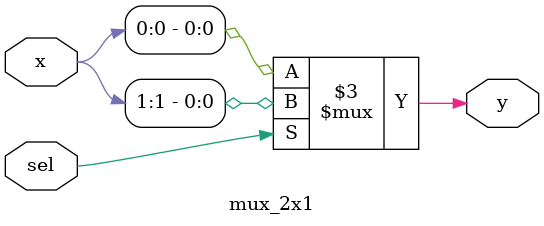
<source format=v>
module mux_2x1(y, x, sel);
    output y;
    input [1:0] x;
    input sel;
    reg y;

    always @(x, sel) 
    begin
        if (sel) y = x[1];
        else y = x[0];
    end
endmodule
</source>
